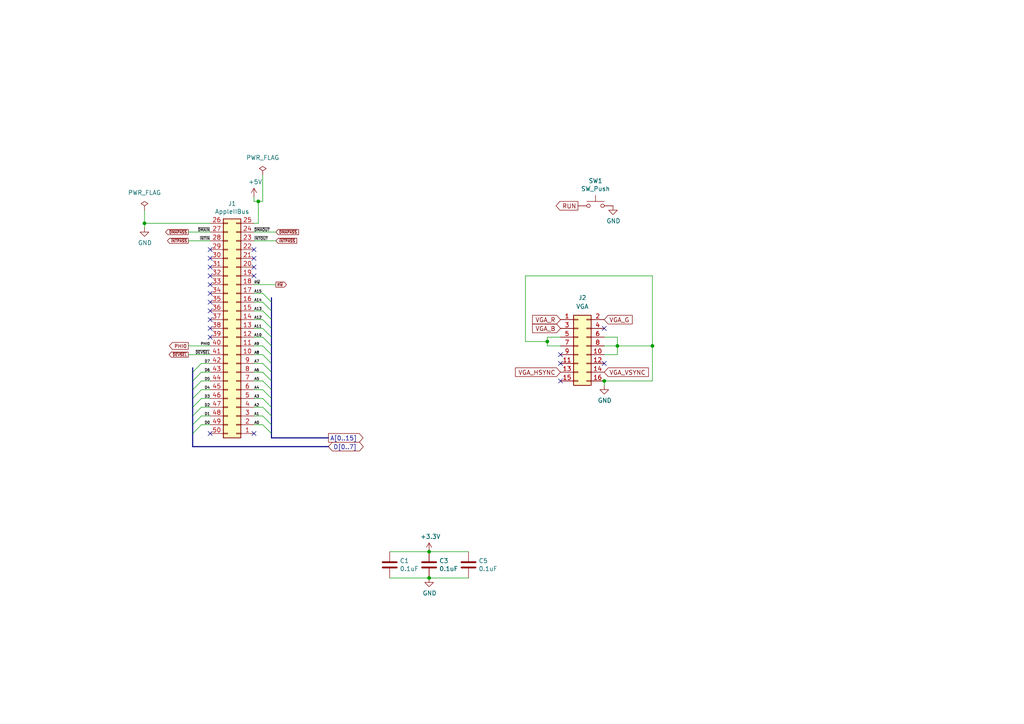
<source format=kicad_sch>
(kicad_sch (version 20230121) (generator eeschema)
  (paper "A4")
  (title_block (title "Apple II VGA Card") (date "2023-10-28") (rev "A") (comment 1 "Licensed under CERN-OHL-P V2.0 (https://ohwr.org/cern_ohl_p_v2.txt)") (comment 2 "Copyright (c) 2021-2022 Mark Aikens"))
  (lib_symbols
    (symbol "Connector_Generic:Conn_02x08_Odd_Even" (pin_names (offset 1.016) hide)
      (property "Reference" "J" (at 1.27 10.16 0))
      (property "Value" "Conn_02x08_Odd_Even" (at 1.27 -12.7 0))
      (symbol "Conn_02x08_Odd_Even_1_1"
        (rectangle (start -1.27 -10.033) (end 0 -10.287) (stroke (width 0.1524)))
        (rectangle (start -1.27 -7.493) (end 0 -7.747) (stroke (width 0.1524)))
        (rectangle (start -1.27 -4.953) (end 0 -5.207) (stroke (width 0.1524)))
        (rectangle (start -1.27 -2.413) (end 0 -2.667) (stroke (width 0.1524)))
        (rectangle (start -1.27 0.127) (end 0 -0.127) (stroke (width 0.1524)))
        (rectangle (start -1.27 2.667) (end 0 2.413) (stroke (width 0.1524)))
        (rectangle (start -1.27 5.207) (end 0 4.953) (stroke (width 0.1524)))
        (rectangle (start -1.27 7.747) (end 0 7.493) (stroke (width 0.1524)))
        (rectangle (start -1.27 8.89) (end 3.81 -11.43) (stroke (width 0.254)) (fill (type background)))
        (rectangle (start 3.81 -10.033) (end 2.54 -10.287) (stroke (width 0.1524)))
        (rectangle (start 3.81 -7.493) (end 2.54 -7.747) (stroke (width 0.1524)))
        (rectangle (start 3.81 -4.953) (end 2.54 -5.207) (stroke (width 0.1524)))
        (rectangle (start 3.81 -2.413) (end 2.54 -2.667) (stroke (width 0.1524)))
        (rectangle (start 3.81 0.127) (end 2.54 -0.127) (stroke (width 0.1524)))
        (rectangle (start 3.81 2.667) (end 2.54 2.413) (stroke (width 0.1524)))
        (rectangle (start 3.81 5.207) (end 2.54 4.953) (stroke (width 0.1524)))
        (rectangle (start 3.81 7.747) (end 2.54 7.493) (stroke (width 0.1524)))
        (pin passive line (at -5.08 7.62 0) (length 3.81) (name "Pin_1") (number "1"))
        (pin passive line (at 7.62 -2.54 180) (length 3.81) (name "Pin_10") (number "10"))
        (pin passive line (at -5.08 -5.08 0) (length 3.81) (name "Pin_11") (number "11"))
        (pin passive line (at 7.62 -5.08 180) (length 3.81) (name "Pin_12") (number "12"))
        (pin passive line (at -5.08 -7.62 0) (length 3.81) (name "Pin_13") (number "13"))
        (pin passive line (at 7.62 -7.62 180) (length 3.81) (name "Pin_14") (number "14"))
        (pin passive line (at -5.08 -10.16 0) (length 3.81) (name "Pin_15") (number "15"))
        (pin passive line (at 7.62 -10.16 180) (length 3.81) (name "Pin_16") (number "16"))
        (pin passive line (at 7.62 7.62 180) (length 3.81) (name "Pin_2") (number "2"))
        (pin passive line (at -5.08 5.08 0) (length 3.81) (name "Pin_3") (number "3"))
        (pin passive line (at 7.62 5.08 180) (length 3.81) (name "Pin_4") (number "4"))
        (pin passive line (at -5.08 2.54 0) (length 3.81) (name "Pin_5") (number "5"))
        (pin passive line (at 7.62 2.54 180) (length 3.81) (name "Pin_6") (number "6"))
        (pin passive line (at -5.08 0 0) (length 3.81) (name "Pin_7") (number "7"))
        (pin passive line (at 7.62 0 180) (length 3.81) (name "Pin_8") (number "8"))
        (pin passive line (at -5.08 -2.54 0) (length 3.81) (name "Pin_9") (number "9"))
      )
    )
    (symbol "Connector_Generic:Conn_02x25_Counter_Clockwise" (pin_names (offset 1.016) hide)
      (property "Reference" "J" (at 1.27 33.02 0))
      (property "Value" "Conn_02x25_Counter_Clockwise" (at 1.27 -33.02 0))
      (symbol "Conn_02x25_Counter_Clockwise_1_1"
        (rectangle (start -1.27 -30.353) (end 0 -30.607) (stroke (width 0.1524)))
        (rectangle (start -1.27 -27.813) (end 0 -28.067) (stroke (width 0.1524)))
        (rectangle (start -1.27 -25.273) (end 0 -25.527) (stroke (width 0.1524)))
        (rectangle (start -1.27 -22.733) (end 0 -22.987) (stroke (width 0.1524)))
        (rectangle (start -1.27 -20.193) (end 0 -20.447) (stroke (width 0.1524)))
        (rectangle (start -1.27 -17.653) (end 0 -17.907) (stroke (width 0.1524)))
        (rectangle (start -1.27 -15.113) (end 0 -15.367) (stroke (width 0.1524)))
        (rectangle (start -1.27 -12.573) (end 0 -12.827) (stroke (width 0.1524)))
        (rectangle (start -1.27 -10.033) (end 0 -10.287) (stroke (width 0.1524)))
        (rectangle (start -1.27 -7.493) (end 0 -7.747) (stroke (width 0.1524)))
        (rectangle (start -1.27 -4.953) (end 0 -5.207) (stroke (width 0.1524)))
        (rectangle (start -1.27 -2.413) (end 0 -2.667) (stroke (width 0.1524)))
        (rectangle (start -1.27 0.127) (end 0 -0.127) (stroke (width 0.1524)))
        (rectangle (start -1.27 2.667) (end 0 2.413) (stroke (width 0.1524)))
        (rectangle (start -1.27 5.207) (end 0 4.953) (stroke (width 0.1524)))
        (rectangle (start -1.27 7.747) (end 0 7.493) (stroke (width 0.1524)))
        (rectangle (start -1.27 10.287) (end 0 10.033) (stroke (width 0.1524)))
        (rectangle (start -1.27 12.827) (end 0 12.573) (stroke (width 0.1524)))
        (rectangle (start -1.27 15.367) (end 0 15.113) (stroke (width 0.1524)))
        (rectangle (start -1.27 17.907) (end 0 17.653) (stroke (width 0.1524)))
        (rectangle (start -1.27 20.447) (end 0 20.193) (stroke (width 0.1524)))
        (rectangle (start -1.27 22.987) (end 0 22.733) (stroke (width 0.1524)))
        (rectangle (start -1.27 25.527) (end 0 25.273) (stroke (width 0.1524)))
        (rectangle (start -1.27 28.067) (end 0 27.813) (stroke (width 0.1524)))
        (rectangle (start -1.27 30.607) (end 0 30.353) (stroke (width 0.1524)))
        (rectangle (start -1.27 31.75) (end 3.81 -31.75) (stroke (width 0.254)) (fill (type background)))
        (rectangle (start 3.81 -30.353) (end 2.54 -30.607) (stroke (width 0.1524)))
        (rectangle (start 3.81 -27.813) (end 2.54 -28.067) (stroke (width 0.1524)))
        (rectangle (start 3.81 -25.273) (end 2.54 -25.527) (stroke (width 0.1524)))
        (rectangle (start 3.81 -22.733) (end 2.54 -22.987) (stroke (width 0.1524)))
        (rectangle (start 3.81 -20.193) (end 2.54 -20.447) (stroke (width 0.1524)))
        (rectangle (start 3.81 -17.653) (end 2.54 -17.907) (stroke (width 0.1524)))
        (rectangle (start 3.81 -15.113) (end 2.54 -15.367) (stroke (width 0.1524)))
        (rectangle (start 3.81 -12.573) (end 2.54 -12.827) (stroke (width 0.1524)))
        (rectangle (start 3.81 -10.033) (end 2.54 -10.287) (stroke (width 0.1524)))
        (rectangle (start 3.81 -7.493) (end 2.54 -7.747) (stroke (width 0.1524)))
        (rectangle (start 3.81 -4.953) (end 2.54 -5.207) (stroke (width 0.1524)))
        (rectangle (start 3.81 -2.413) (end 2.54 -2.667) (stroke (width 0.1524)))
        (rectangle (start 3.81 0.127) (end 2.54 -0.127) (stroke (width 0.1524)))
        (rectangle (start 3.81 2.667) (end 2.54 2.413) (stroke (width 0.1524)))
        (rectangle (start 3.81 5.207) (end 2.54 4.953) (stroke (width 0.1524)))
        (rectangle (start 3.81 7.747) (end 2.54 7.493) (stroke (width 0.1524)))
        (rectangle (start 3.81 10.287) (end 2.54 10.033) (stroke (width 0.1524)))
        (rectangle (start 3.81 12.827) (end 2.54 12.573) (stroke (width 0.1524)))
        (rectangle (start 3.81 15.367) (end 2.54 15.113) (stroke (width 0.1524)))
        (rectangle (start 3.81 17.907) (end 2.54 17.653) (stroke (width 0.1524)))
        (rectangle (start 3.81 20.447) (end 2.54 20.193) (stroke (width 0.1524)))
        (rectangle (start 3.81 22.987) (end 2.54 22.733) (stroke (width 0.1524)))
        (rectangle (start 3.81 25.527) (end 2.54 25.273) (stroke (width 0.1524)))
        (rectangle (start 3.81 28.067) (end 2.54 27.813) (stroke (width 0.1524)))
        (rectangle (start 3.81 30.607) (end 2.54 30.353) (stroke (width 0.1524)))
        (pin passive line (at -5.08 30.48 0) (length 3.81) (name "Pin_1") (number "1"))
        (pin passive line (at -5.08 7.62 0) (length 3.81) (name "Pin_10") (number "10"))
        (pin passive line (at -5.08 5.08 0) (length 3.81) (name "Pin_11") (number "11"))
        (pin passive line (at -5.08 2.54 0) (length 3.81) (name "Pin_12") (number "12"))
        (pin passive line (at -5.08 0 0) (length 3.81) (name "Pin_13") (number "13"))
        (pin passive line (at -5.08 -2.54 0) (length 3.81) (name "Pin_14") (number "14"))
        (pin passive line (at -5.08 -5.08 0) (length 3.81) (name "Pin_15") (number "15"))
        (pin passive line (at -5.08 -7.62 0) (length 3.81) (name "Pin_16") (number "16"))
        (pin passive line (at -5.08 -10.16 0) (length 3.81) (name "Pin_17") (number "17"))
        (pin passive line (at -5.08 -12.7 0) (length 3.81) (name "Pin_18") (number "18"))
        (pin passive line (at -5.08 -15.24 0) (length 3.81) (name "Pin_19") (number "19"))
        (pin passive line (at -5.08 27.94 0) (length 3.81) (name "Pin_2") (number "2"))
        (pin passive line (at -5.08 -17.78 0) (length 3.81) (name "Pin_20") (number "20"))
        (pin passive line (at -5.08 -20.32 0) (length 3.81) (name "Pin_21") (number "21"))
        (pin passive line (at -5.08 -22.86 0) (length 3.81) (name "Pin_22") (number "22"))
        (pin passive line (at -5.08 -25.4 0) (length 3.81) (name "Pin_23") (number "23"))
        (pin passive line (at -5.08 -27.94 0) (length 3.81) (name "Pin_24") (number "24"))
        (pin passive line (at -5.08 -30.48 0) (length 3.81) (name "Pin_25") (number "25"))
        (pin passive line (at 7.62 -30.48 180) (length 3.81) (name "Pin_26") (number "26"))
        (pin passive line (at 7.62 -27.94 180) (length 3.81) (name "Pin_27") (number "27"))
        (pin passive line (at 7.62 -25.4 180) (length 3.81) (name "Pin_28") (number "28"))
        (pin passive line (at 7.62 -22.86 180) (length 3.81) (name "Pin_29") (number "29"))
        (pin passive line (at -5.08 25.4 0) (length 3.81) (name "Pin_3") (number "3"))
        (pin passive line (at 7.62 -20.32 180) (length 3.81) (name "Pin_30") (number "30"))
        (pin passive line (at 7.62 -17.78 180) (length 3.81) (name "Pin_31") (number "31"))
        (pin passive line (at 7.62 -15.24 180) (length 3.81) (name "Pin_32") (number "32"))
        (pin passive line (at 7.62 -12.7 180) (length 3.81) (name "Pin_33") (number "33"))
        (pin passive line (at 7.62 -10.16 180) (length 3.81) (name "Pin_34") (number "34"))
        (pin passive line (at 7.62 -7.62 180) (length 3.81) (name "Pin_35") (number "35"))
        (pin passive line (at 7.62 -5.08 180) (length 3.81) (name "Pin_36") (number "36"))
        (pin passive line (at 7.62 -2.54 180) (length 3.81) (name "Pin_37") (number "37"))
        (pin passive line (at 7.62 0 180) (length 3.81) (name "Pin_38") (number "38"))
        (pin passive line (at 7.62 2.54 180) (length 3.81) (name "Pin_39") (number "39"))
        (pin passive line (at -5.08 22.86 0) (length 3.81) (name "Pin_4") (number "4"))
        (pin passive line (at 7.62 5.08 180) (length 3.81) (name "Pin_40") (number "40"))
        (pin passive line (at 7.62 7.62 180) (length 3.81) (name "Pin_41") (number "41"))
        (pin passive line (at 7.62 10.16 180) (length 3.81) (name "Pin_42") (number "42"))
        (pin passive line (at 7.62 12.7 180) (length 3.81) (name "Pin_43") (number "43"))
        (pin passive line (at 7.62 15.24 180) (length 3.81) (name "Pin_44") (number "44"))
        (pin passive line (at 7.62 17.78 180) (length 3.81) (name "Pin_45") (number "45"))
        (pin passive line (at 7.62 20.32 180) (length 3.81) (name "Pin_46") (number "46"))
        (pin passive line (at 7.62 22.86 180) (length 3.81) (name "Pin_47") (number "47"))
        (pin passive line (at 7.62 25.4 180) (length 3.81) (name "Pin_48") (number "48"))
        (pin passive line (at 7.62 27.94 180) (length 3.81) (name "Pin_49") (number "49"))
        (pin passive line (at -5.08 20.32 0) (length 3.81) (name "Pin_5") (number "5"))
        (pin passive line (at 7.62 30.48 180) (length 3.81) (name "Pin_50") (number "50"))
        (pin passive line (at -5.08 17.78 0) (length 3.81) (name "Pin_6") (number "6"))
        (pin passive line (at -5.08 15.24 0) (length 3.81) (name "Pin_7") (number "7"))
        (pin passive line (at -5.08 12.7 0) (length 3.81) (name "Pin_8") (number "8"))
        (pin passive line (at -5.08 10.16 0) (length 3.81) (name "Pin_9") (number "9"))
      )
    )
    (symbol "Device:C" (pin_numbers hide) (pin_names (offset 0.254))
      (property "Reference" "C" (at 0.635 2.54 0))
      (property "Value" "C" (at 0.635 -2.54 0))
      (symbol "C_0_1"
        (polyline (pts (xy -2.032 -0.762) (xy 2.032 -0.762)) (stroke (width 0.508)))
        (polyline (pts (xy -2.032 0.762) (xy 2.032 0.762)) (stroke (width 0.508)))
      )
      (symbol "C_1_1"
        (pin passive line (at 0 3.81 270) (length 2.794) (name "~") (number "1"))
        (pin passive line (at 0 -3.81 90) (length 2.794) (name "~") (number "2"))
      )
    )
    (symbol "Switch:SW_Push" (pin_numbers hide) (pin_names (offset 1.016) hide)
      (property "Reference" "SW" (at 1.27 2.54 0))
      (property "Value" "SW_Push" (at 0 -1.524 0))
      (symbol "SW_Push_0_1"
        (circle (center -2.032 0) (radius 0.508))
        (polyline (pts (xy 0 1.27) (xy 0 3.048)))
        (polyline (pts (xy 2.54 1.27) (xy -2.54 1.27)))
        (circle (center 2.032 0) (radius 0.508))
        (pin passive line (at -5.08 0 0) (length 2.54) (name "1") (number "1"))
        (pin passive line (at 5.08 0 180) (length 2.54) (name "2") (number "2"))
      )
    )
    (symbol "power:+3.3V" (power) (pin_names (offset 0))
      (property "Value" "+3.3V" (at 0 3.556 0))
      (symbol "+3.3V_0_1"
        (polyline (pts (xy -0.762 1.27) (xy 0 2.54)))
        (polyline (pts (xy 0 0) (xy 0 2.54)))
        (polyline (pts (xy 0 2.54) (xy 0.762 1.27)))
      )
      (symbol "+3.3V_1_1"
        (pin power_in line (at 0 0 90) (length 0) hide (name "+3.3V") (number "1"))
      )
    )
    (symbol "power:+5V" (power) (pin_names (offset 0))
      (property "Value" "+5V" (at 0 3.556 0))
      (symbol "+5V_0_1"
        (polyline (pts (xy -0.762 1.27) (xy 0 2.54)))
        (polyline (pts (xy 0 0) (xy 0 2.54)))
        (polyline (pts (xy 0 2.54) (xy 0.762 1.27)))
      )
      (symbol "+5V_1_1"
        (pin power_in line (at 0 0 90) (length 0) hide (name "+5V") (number "1"))
      )
    )
    (symbol "power:GND" (power) (pin_names (offset 0))
      (property "Value" "GND" (at 0 -3.81 0))
      (symbol "GND_0_1"
        (polyline (pts (xy 0 0) (xy 0 -1.27) (xy 1.27 -1.27) (xy 0 -2.54) (xy -1.27 -1.27) (xy 0 -1.27)))
      )
      (symbol "GND_1_1"
        (pin power_in line (at 0 0 270) (length 0) hide (name "GND") (number "1"))
      )
    )
    (symbol "power:PWR_FLAG" (power) (pin_numbers hide) (pin_names (offset 0) hide)
      (property "Value" "PWR_FLAG" (at 0 3.81 0))
      (symbol "PWR_FLAG_0_0"
        (pin power_out line (at 0 0 90) (length 0) (name "pwr") (number "1"))
      )
      (symbol "PWR_FLAG_0_1"
        (polyline (pts (xy 0 0) (xy 0 1.27) (xy -1.016 1.905) (xy 0 2.54) (xy 1.016 1.905) (xy 0 1.27)))
      )
    )
  )
  (junction (at 41.91 64.77))
  (junction (at 124.46 160.02))
  (junction (at 175.26 110.49))
  (junction (at 179.07 100.33))
  (junction (at 74.93 58.42))
  (junction (at 124.46 167.64))
  (junction (at 189.23 100.33))
  (junction (at 158.75 99.06))
  (no_connect (at 162.56 102.87))
  (no_connect (at 60.96 77.47))
  (no_connect (at 60.96 95.25))
  (no_connect (at 60.96 90.17))
  (no_connect (at 60.96 87.63))
  (no_connect (at 73.66 77.47))
  (no_connect (at 73.66 80.01))
  (no_connect (at 73.66 74.93))
  (no_connect (at 73.66 72.39))
  (no_connect (at 60.96 74.93))
  (no_connect (at 60.96 72.39))
  (no_connect (at 60.96 125.73))
  (no_connect (at 60.96 80.01))
  (no_connect (at 175.26 105.41))
  (no_connect (at 60.96 82.55))
  (no_connect (at 175.26 95.25))
  (no_connect (at 60.96 97.79))
  (no_connect (at 162.56 105.41))
  (no_connect (at 60.96 92.71))
  (no_connect (at 60.96 85.09))
  (no_connect (at 73.66 125.73))
  (no_connect (at 162.56 110.49))
  (bus_entry (at 76.2 113.03) (size 2.54 2.54))
  (bus_entry (at 76.2 105.41) (size 2.54 2.54))
  (bus_entry (at 76.2 85.09) (size 2.54 2.54))
  (bus_entry (at 76.2 90.17) (size 2.54 2.54))
  (bus_entry (at 55.88 115.57) (size 2.54 -2.54))
  (bus_entry (at 76.2 115.57) (size 2.54 2.54))
  (bus_entry (at 55.88 125.73) (size 2.54 -2.54))
  (bus_entry (at 76.2 100.33) (size 2.54 2.54))
  (bus_entry (at 76.2 87.63) (size 2.54 2.54))
  (bus_entry (at 76.2 118.11) (size 2.54 2.54))
  (bus_entry (at 76.2 92.71) (size 2.54 2.54))
  (bus_entry (at 76.2 95.25) (size 2.54 2.54))
  (bus_entry (at 76.2 120.65) (size 2.54 2.54))
  (bus_entry (at 55.88 120.65) (size 2.54 -2.54))
  (bus_entry (at 76.2 123.19) (size 2.54 2.54))
  (bus_entry (at 55.88 123.19) (size 2.54 -2.54))
  (bus_entry (at 76.2 102.87) (size 2.54 2.54))
  (bus_entry (at 55.88 113.03) (size 2.54 -2.54))
  (bus_entry (at 76.2 97.79) (size 2.54 2.54))
  (bus_entry (at 55.88 118.11) (size 2.54 -2.54))
  (bus_entry (at 76.2 107.95) (size 2.54 2.54))
  (bus_entry (at 55.88 107.95) (size 2.54 -2.54))
  (bus_entry (at 55.88 110.49) (size 2.54 -2.54))
  (bus_entry (at 76.2 110.49) (size 2.54 2.54))
  (wire (pts (xy 54.61 102.87) (xy 60.96 102.87)))
  (bus (pts (xy 78.74 105.41) (xy 78.74 107.95)))
  (wire (pts (xy 76.2 95.25) (xy 73.66 95.25)))
  (wire (pts (xy 73.66 64.77) (xy 74.93 64.77)))
  (wire (pts (xy 73.66 69.85) (xy 80.01 69.85)))
  (wire (pts (xy 58.42 115.57) (xy 60.96 115.57)))
  (bus (pts (xy 78.74 95.25) (xy 78.74 97.79)))
  (bus (pts (xy 55.88 123.19) (xy 55.88 125.73)))
  (bus (pts (xy 78.74 123.19) (xy 78.74 125.73)))
  (bus (pts (xy 55.88 110.49) (xy 55.88 113.03)))
  (wire (pts (xy 179.07 100.33) (xy 175.26 100.33)))
  (wire (pts (xy 76.2 85.09) (xy 73.66 85.09)))
  (wire (pts (xy 73.66 58.42) (xy 73.66 57.15)))
  (bus (pts (xy 78.74 107.95) (xy 78.74 110.49)))
  (bus (pts (xy 78.74 125.73) (xy 78.74 127)))
  (bus (pts (xy 78.74 127) (xy 95.25 127)))
  (wire (pts (xy 152.4 80.01) (xy 189.23 80.01)))
  (wire (pts (xy 162.56 97.79) (xy 158.75 97.79)))
  (wire (pts (xy 124.46 160.02) (xy 135.89 160.02)))
  (bus (pts (xy 55.88 129.54) (xy 95.25 129.54)))
  (bus (pts (xy 78.74 115.57) (xy 78.74 118.11)))
  (wire (pts (xy 175.26 102.87) (xy 179.07 102.87)))
  (wire (pts (xy 41.91 64.77) (xy 60.96 64.77)))
  (wire (pts (xy 76.2 107.95) (xy 73.66 107.95)))
  (wire (pts (xy 158.75 99.06) (xy 152.4 99.06)))
  (wire (pts (xy 76.2 92.71) (xy 73.66 92.71)))
  (bus (pts (xy 55.88 107.95) (xy 55.88 110.49)))
  (wire (pts (xy 74.93 64.77) (xy 74.93 58.42)))
  (bus (pts (xy 78.74 97.79) (xy 78.74 100.33)))
  (wire (pts (xy 158.75 100.33) (xy 162.56 100.33)))
  (wire (pts (xy 175.26 97.79) (xy 179.07 97.79)))
  (bus (pts (xy 78.74 110.49) (xy 78.74 113.03)))
  (wire (pts (xy 41.91 66.04) (xy 41.91 64.77)))
  (wire (pts (xy 76.2 90.17) (xy 73.66 90.17)))
  (wire (pts (xy 58.42 107.95) (xy 60.96 107.95)))
  (wire (pts (xy 60.96 67.31) (xy 54.61 67.31)))
  (wire (pts (xy 124.46 167.64) (xy 113.03 167.64)))
  (wire (pts (xy 58.42 110.49) (xy 60.96 110.49)))
  (wire (pts (xy 135.89 167.64) (xy 124.46 167.64)))
  (bus (pts (xy 55.88 106.68) (xy 55.88 107.95)))
  (wire (pts (xy 76.2 118.11) (xy 73.66 118.11)))
  (wire (pts (xy 80.01 82.55) (xy 73.66 82.55)))
  (bus (pts (xy 78.74 86.36) (xy 78.74 87.63)))
  (bus (pts (xy 78.74 118.11) (xy 78.74 120.65)))
  (wire (pts (xy 76.2 87.63) (xy 73.66 87.63)))
  (wire (pts (xy 76.2 120.65) (xy 73.66 120.65)))
  (wire (pts (xy 189.23 110.49) (xy 189.23 100.33)))
  (bus (pts (xy 78.74 92.71) (xy 78.74 95.25)))
  (bus (pts (xy 78.74 87.63) (xy 78.74 90.17)))
  (wire (pts (xy 54.61 69.85) (xy 60.96 69.85)))
  (wire (pts (xy 60.96 100.33) (xy 54.61 100.33)))
  (wire (pts (xy 76.2 113.03) (xy 73.66 113.03)))
  (bus (pts (xy 78.74 102.87) (xy 78.74 105.41)))
  (wire (pts (xy 58.42 105.41) (xy 60.96 105.41)))
  (wire (pts (xy 76.2 50.8) (xy 76.2 58.42)))
  (wire (pts (xy 58.42 120.65) (xy 60.96 120.65)))
  (wire (pts (xy 74.93 58.42) (xy 73.66 58.42)))
  (wire (pts (xy 179.07 102.87) (xy 179.07 100.33)))
  (wire (pts (xy 58.42 113.03) (xy 60.96 113.03)))
  (wire (pts (xy 179.07 100.33) (xy 189.23 100.33)))
  (bus (pts (xy 78.74 120.65) (xy 78.74 123.19)))
  (wire (pts (xy 158.75 97.79) (xy 158.75 99.06)))
  (wire (pts (xy 113.03 160.02) (xy 124.46 160.02)))
  (bus (pts (xy 78.74 90.17) (xy 78.74 92.71)))
  (wire (pts (xy 76.2 97.79) (xy 73.66 97.79)))
  (wire (pts (xy 189.23 80.01) (xy 189.23 100.33)))
  (bus (pts (xy 55.88 118.11) (xy 55.88 120.65)))
  (wire (pts (xy 158.75 99.06) (xy 158.75 100.33)))
  (wire (pts (xy 175.26 110.49) (xy 189.23 110.49)))
  (wire (pts (xy 41.91 60.96) (xy 41.91 64.77)))
  (wire (pts (xy 152.4 99.06) (xy 152.4 80.01)))
  (bus (pts (xy 55.88 115.57) (xy 55.88 118.11)))
  (wire (pts (xy 58.42 123.19) (xy 60.96 123.19)))
  (bus (pts (xy 55.88 113.03) (xy 55.88 115.57)))
  (wire (pts (xy 179.07 97.79) (xy 179.07 100.33)))
  (wire (pts (xy 73.66 67.31) (xy 80.01 67.31)))
  (wire (pts (xy 76.2 123.19) (xy 73.66 123.19)))
  (wire (pts (xy 74.93 58.42) (xy 76.2 58.42)))
  (wire (pts (xy 76.2 105.41) (xy 73.66 105.41)))
  (wire (pts (xy 76.2 100.33) (xy 73.66 100.33)))
  (bus (pts (xy 55.88 125.73) (xy 55.88 129.54)))
  (bus (pts (xy 78.74 100.33) (xy 78.74 102.87)))
  (bus (pts (xy 55.88 120.65) (xy 55.88 123.19)))
  (bus (pts (xy 78.74 113.03) (xy 78.74 115.57)))
  (wire (pts (xy 58.42 118.11) (xy 60.96 118.11)))
  (wire (pts (xy 175.26 110.49) (xy 175.26 111.76)))
  (wire (pts (xy 76.2 110.49) (xy 73.66 110.49)))
  (wire (pts (xy 76.2 102.87) (xy 73.66 102.87)))
  (wire (pts (xy 76.2 115.57) (xy 73.66 115.57)))
  (label "D7" (at 60.96 105.41 180) (effects (font (size 0.762 0.762))))
  (label "PHI0" (at 60.96 100.33 180) (effects (font (size 0.762 0.762))))
  (label "D0" (at 60.96 123.19 180) (effects (font (size 0.762 0.762))))
  (label "~{DMAOUT}" (at 73.66 67.31 0) (effects (font (size 0.762 0.762))))
  (label "D2" (at 60.96 118.11 180) (effects (font (size 0.762 0.762))))
  (label "A12" (at 73.66 92.71 0) (effects (font (size 0.762 0.762))))
  (label "A9" (at 73.66 100.33 0) (effects (font (size 0.762 0.762))))
  (label "D4" (at 60.96 113.03 180) (effects (font (size 0.762 0.762))))
  (label "A0" (at 73.66 123.19 0) (effects (font (size 0.762 0.762))))
  (label "A4" (at 73.66 113.03 0) (effects (font (size 0.762 0.762))))
  (label "R~{W}" (at 73.66 82.55 0) (effects (font (size 0.762 0.762))))
  (label "A3" (at 73.66 115.57 0) (effects (font (size 0.762 0.762))))
  (label "~{DMAIN}" (at 60.96 67.31 180) (effects (font (size 0.762 0.762))))
  (label "A15" (at 73.66 85.09 0) (effects (font (size 0.762 0.762))))
  (label "A11" (at 73.66 95.25 0) (effects (font (size 0.762 0.762))))
  (label "A5" (at 73.66 110.49 0) (effects (font (size 0.762 0.762))))
  (label "D3" (at 60.96 115.57 180) (effects (font (size 0.762 0.762))))
  (label "A7" (at 73.66 105.41 0) (effects (font (size 0.762 0.762))))
  (label "A14" (at 73.66 87.63 0) (effects (font (size 0.762 0.762))))
  (label "A13" (at 73.66 90.17 0) (effects (font (size 0.762 0.762))))
  (label "A2" (at 73.66 118.11 0) (effects (font (size 0.762 0.762))))
  (label "D1" (at 60.96 120.65 180) (effects (font (size 0.762 0.762))))
  (label "A1" (at 73.66 120.65 0) (effects (font (size 0.762 0.762))))
  (label "D6" (at 60.96 107.95 180) (effects (font (size 0.762 0.762))))
  (label "~{INTIN}" (at 60.96 69.85 180) (effects (font (size 0.762 0.762))))
  (label "A10" (at 73.66 97.79 0) (effects (font (size 0.762 0.762))))
  (label "~{INTOUT}" (at 73.66 69.85 0) (effects (font (size 0.762 0.762))))
  (label "A8" (at 73.66 102.87 0) (effects (font (size 0.762 0.762))))
  (label "~{DEVSEL}" (at 60.96 102.87 180) (effects (font (size 0.762 0.762))))
  (label "A6" (at 73.66 107.95 0) (effects (font (size 0.762 0.762))))
  (label "D5" (at 60.96 110.49 180) (effects (font (size 0.762 0.762))))
  (global_label "~{DMAPASS}" (shape input) (at 80.01 67.31 0) (effects (font (size 0.762 0.762))) (property "Intersheetrefs" "${INTERSHEET_REFS}" (effects hide)))
  (global_label "D[0..7]" (shape bidirectional) (at 95.25 129.54 0) (property "Intersheetrefs" "${INTERSHEET_REFS}" (effects hide)))
  (global_label "VGA_G" (shape input) (at 175.26 92.71 0) (property "Intersheetrefs" "${INTERSHEET_REFS}" (effects hide)))
  (global_label "PHI0" (shape output) (at 54.61 100.33 180) (effects (font (size 1.016 1.016))) (property "Intersheetrefs" "${INTERSHEET_REFS}" (effects hide)))
  (global_label "VGA_R" (shape input) (at 162.56 92.71 180) (property "Intersheetrefs" "${INTERSHEET_REFS}" (effects hide)))
  (global_label "R~{W}" (shape output) (at 80.01 82.55 0) (effects (font (size 0.762 0.762))) (property "Intersheetrefs" "${INTERSHEET_REFS}" (effects hide)))
  (global_label "~{INTPASS}" (shape output) (at 54.61 69.85 180) (effects (font (size 0.762 0.762))) (property "Intersheetrefs" "${INTERSHEET_REFS}" (effects hide)))
  (global_label "VGA_VSYNC" (shape input) (at 175.26 107.95 0) (property "Intersheetrefs" "${INTERSHEET_REFS}" (effects hide)))
  (global_label "~{INTPASS}" (shape input) (at 80.01 69.85 0) (effects (font (size 0.762 0.762))) (property "Intersheetrefs" "${INTERSHEET_REFS}" (effects hide)))
  (global_label "A[0..15]" (shape output) (at 95.25 127 0) (property "Intersheetrefs" "${INTERSHEET_REFS}" (effects hide)))
  (global_label "VGA_HSYNC" (shape input) (at 162.56 107.95 180) (property "Intersheetrefs" "${INTERSHEET_REFS}" (effects hide)))
  (global_label "~{DEVSEL}" (shape output) (at 54.61 102.87 180) (effects (font (size 0.762 0.762))) (property "Intersheetrefs" "${INTERSHEET_REFS}" (effects hide)))
  (global_label "VGA_B" (shape input) (at 162.56 95.25 180) (property "Intersheetrefs" "${INTERSHEET_REFS}" (effects hide)))
  (global_label "~{DMAPASS}" (shape output) (at 54.61 67.31 180) (effects (font (size 0.762 0.762))) (property "Intersheetrefs" "${INTERSHEET_REFS}" (effects hide)))
  (global_label "RUN" (shape output) (at 167.64 59.69 180) (property "Intersheetrefs" "${INTERSHEET_REFS}" (effects hide)))
  (symbol (lib_id "Device:C") (at 113.03 163.83 0) (unit 1)
    (property "Reference" "C1" (at 115.951 162.6616 0) (effects (justify left)))
    (property "Value" "0.1uF" (at 115.951 164.973 0) (effects (justify left)))
    (property "Footprint" "Capacitor_THT:C_Disc_D4.3mm_W1.9mm_P5.00mm" (effects hide))
  )
  (symbol (lib_id "Device:C") (at 124.46 163.83 0) (unit 1)
    (property "Reference" "C3" (at 127.381 162.6616 0) (effects (justify left)))
    (property "Value" "0.1uF" (at 127.381 164.973 0) (effects (justify left)))
    (property "Footprint" "Capacitor_THT:C_Disc_D4.3mm_W1.9mm_P5.00mm" (effects hide))
  )
  (symbol (lib_id "Device:C") (at 135.89 163.83 0) (unit 1)
    (property "Reference" "C5" (at 138.811 162.6616 0) (effects (justify left)))
    (property "Value" "0.1uF" (at 138.811 164.973 0) (effects (justify left)))
    (property "Footprint" "Capacitor_THT:C_Disc_D4.3mm_W1.9mm_P5.00mm" (effects hide))
  )
  (symbol (lib_id "power:+3.3V") (at 124.46 160.02 0) (unit 1)
    (property "Reference" "#PWR0115" (effects hide))
    (property "Value" "+3.3V" (at 124.841 155.6258 0))
  )
  (symbol (lib_id "power:GND") (at 124.46 167.64 0) (unit 1)
    (property "Reference" "#PWR0116" (effects hide))
    (property "Value" "GND" (at 124.587 172.0342 0))
  )
  (symbol (lib_id "Switch:SW_Push") (at 172.72 59.69 0) (unit 1)
    (property "Reference" "SW1" (at 172.72 52.451 0))
    (property "Value" "SW_Push" (at 172.72 54.7624 0))
    (property "Footprint" "Button_Switch_THT:SW_PUSH_6mm_H5mm" (effects hide))
  )
  (symbol (lib_id "power:GND") (at 177.8 59.69 0) (unit 1)
    (property "Reference" "#PWR0118" (effects hide))
    (property "Value" "GND" (at 177.927 64.0842 0))
  )
  (symbol (lib_id "Connector_Generic:Conn_02x25_Counter_Clockwise") (at 68.58 95.25 180) (unit 1)
    (property "Reference" "J1" (at 67.31 59.055 0))
    (property "Value" "AppleIIBus" (at 67.31 61.3664 0))
    (property "Footprint" "AppleVGA:AppleIIBus_Edge" (effects hide))
  )
  (symbol (lib_id "power:GND") (at 41.91 66.04 0) (unit 1)
    (property "Reference" "#PWR0120" (effects hide))
    (property "Value" "GND" (at 42.037 70.4342 0))
  )
  (symbol (lib_id "power:+5V") (at 73.66 57.15 0) (unit 1)
    (property "Reference" "#PWR0121" (effects hide))
    (property "Value" "+5V" (at 74.041 52.7558 0))
  )
  (symbol (lib_id "power:GND") (at 175.26 111.76 0) (unit 1)
    (property "Reference" "#PWR04" (effects hide))
    (property "Value" "GND" (at 175.387 116.1542 0))
  )
  (symbol (lib_id "power:PWR_FLAG") (at 76.2 50.8 0) (unit 1)
    (property "Reference" "#FLG02" (effects hide))
    (property "Value" "PWR_FLAG" (at 76.2 45.72 0))
  )
  (symbol (lib_id "power:PWR_FLAG") (at 41.91 60.96 0) (unit 1)
    (property "Reference" "#FLG01" (effects hide))
    (property "Value" "PWR_FLAG" (at 41.91 55.88 0))
  )
  (symbol (lib_id "Connector_Generic:Conn_02x08_Odd_Even") (at 167.64 100.33 0) (unit 1)
    (property "Reference" "J2" (at 168.91 86.36 0))
    (property "Value" "VGA" (at 168.91 88.9 0))
    (property "Footprint" "Connector_PinSocket_2.54mm:PinSocket_2x08_P2.54mm_Vertical" (effects hide))
  )
)
</source>
